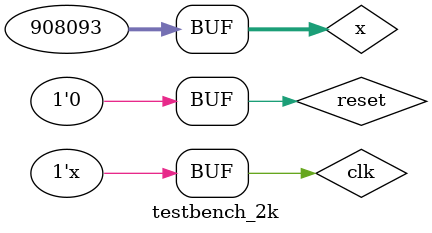
<source format=v>
`timescale 1ns / 1ps

// Tests the pipelined_iir module for low frequency sinusoidal signal of 2kHz
// The bandstop filter should pass this signal
module testbench_2k;

    // Inputs
    reg clk, reset;
    reg signed [31:0] x;

    // Outputs
    wire signed [31:0] y;

    // Instantiate the Unit Under Test (UUT)
    pipelined_iir uut (
        .clk(clk), 
        .reset(reset),
        .x(x), 
        .y(y)
    );

    // Generate clock with 100ns period
    initial clk = 0;
    always #50 clk = ~clk;

    // filter coefficients
    // A = [1048576, -8218189, 32107544, -81217352, 147076592, -199990256, 208937824, -168854944, 104844152, -48879952, 16314139, -3525584, 379931]
    // B = [631178, -5401947, 23050644, -63646908, 125716872, -186294288, 211911376, -186294288, 125716872, -63646908, 23050644, -5401947, 631178]
    
    // Initialize and pass sinusoidal input data of 2kHz with sampling frequency of 48kHz   
    initial begin
        x = 0; reset = 1; clk = 0; #100;
        reset = 1; #200;
        reset = 0; 
        x = 271391; #100;
        x = 524288; #100; 
        x = 741455; #100;
        x = 908093; #100;
        x = 1012846; #100;
        x = 1048576; #100;
        x = 1012846; #100;
        x = 908093; #100;
        x = 741455; #100;
        x = 524288; #100;
        x = 271391; #100;
        x = 0; #100;
        x = -271391; #100;
        x = -524288; #100;
        x = -741455; #100;
        x = -908093; #100;
        x = -1012846; #100;
        x = -1048576; #100;
        x = -1012846; #100;
        x = -908093; #100;
        x = -741455; #100;
        x = -524288; #100;
        x = -271391; #100;
        x = 0; #100;
        x = 271391; #100;
        x = 524288; #100;
        x = 741455; #100;
        x = 908093; #100;
        x = 1012846; #100;
        x = 1048576; #100;
        x = 1012846; #100;
        x = 908093; #100;
        x = 741455; #100;
        x = 524288; #100;
        x = 271391; #100;
        x = 0; #100;
        x = -271391; #100;
        x = -524288; #100;
        x = -741455; #100;
        x = -908093; #100;
        x = -1012846; #100;
        x = -1048576; #100;
        x = -1012846; #100;
        x = -908093; #100;
        x = -741455; #100;
        x = -524288; #100;
        x = -271391; #100;
        x = 0; #100;
        x = 271391; #100;
        x = 524288; #100;
        x = 741455; #100;
        x = 908093; #100;
        x = 1012846; #100;
        x = 1048576; #100;
        x = 1012846; #100;
        x = 908093; #100;
        x = 741455; #100;
        x = 524288; #100;
        x = 271391; #100;
        x = 0; #100;
        x = -271391; #100;
        x = -524288; #100;
        x = -741455; #100;
        x = -908093; #100;
        x = -1012846; #100;
        x = -1048576; #100;
        x = -1012846; #100;
        x = -908093; #100;
        x = -741455; #100;
        x = -524288; #100;
        x = -271391; #100;
        x = 0; #100;
        x = 271391; #100;
        x = 524288; #100;
        x = 741455; #100;
        x = 908093; #100;
        x = 1012846; #100;
        x = 1048576; #100;
        x = 1012846; #100;
        x = 908093; #100;
        x = 741455; #100;
        x = 524288; #100;
        x = 271391; #100;
        x = 0; #100;
        x = -271391; #100;
        x = -524288; #100;
        x = -741455; #100;
        x = -908093; #100;
        x = -1012846; #100;
        x = -1048576; #100;
        x = -1012846; #100;
        x = -908093; #100;
        x = -741455; #100;
        x = -524288; #100;
        x = -271391; #100;
        x = 0; #100;
        x = 271391; #100;
        x = 524288; #100;
        x = 741455; #100;
        x = 908093; #100;
        x = 1012846; #100;
        x = 1048576; #100;
        x = 1012846; #100;
        x = 908093; #100;
        x = 741455; #100;
        x = 524288; #100;
        x = 271391; #100;
        x = 0; #100;
        x = -271391; #100;
        x = -524288; #100;
        x = -741455; #100;
        x = -908093; #100;
        x = -1012846; #100;
        x = -1048576; #100;
        x = -1012846; #100;
        x = -908093; #100;
        x = -741455; #100;
        x = -524288; #100;
        x = -271391; #100;
        x = 0; #100;
        x = 271391; #100;
        x = 524288; #100;
        x = 741455; #100;
        x = 908093; #100;
        x = 1012846; #100;
        x = 1048576; #100;
        x = 1012846; #100;
        x = 908093; #100;
        x = 741455; #100;
        x = 524288; #100;
        x = 271391; #100;
        x = 0; #100;
        x = -271391; #100;
        x = -524288; #100;
        x = -741455; #100;
        x = -908093; #100;
        x = -1012846; #100;
        x = -1048576; #100;
        x = -1012846; #100;
        x = -908093; #100;
        x = -741455; #100;
        x = -524288; #100;
        x = -271391; #100;
        x = 0; #100;
        x = 271391; #100;
        x = 524288; #100;
        x = 741455; #100;
        x = 908093; #100;
        x = 1012846; #100;
        x = 1048576; #100;
        x = 1012846; #100;
        x = 908093; #100;
        x = 741455; #100;
        x = 524288; #100;
        x = 271391; #100;
        x = 0; #100;
        x = -271391; #100;
        x = -524288; #100;
        x = -741455; #100;
        x = -908093; #100;
        x = -1012846; #100;
        x = -1048576; #100;
        x = -1012846; #100;
        x = -908093; #100;
        x = -741455; #100;
        x = -524288; #100;
        x = -271391; #100;
        x = 0; #100;
        x = 271391; #100;
        x = 524288; #100;
        x = 741455; #100;
        x = 908093; #100;
        x = 1012846; #100;
        x = 1048576; #100;
        x = 1012846; #100;
        x = 908093; #100;
        x = 741455; #100;
        x = 524288; #100;
        x = 271391; #100;
        x = 0; #100;
        x = -271391; #100;
        x = -524288; #100;
        x = -741455; #100;
        x = -908093; #100;
        x = -1012846; #100;
        x = -1048576; #100;
        x = -1012846; #100;
        x = -908093; #100;
        x = -741455; #100;
        x = -524288; #100;
        x = -271391; #100;
        x = 0; #100;
        x = 271391; #100;
        x = 524288; #100;
        x = 741455; #100;
        x = 908093; #100;
        x = 1012846; #100;
        x = 1048576; #100;
        x = 1012846; #100;
        x = 908093; #100;
    end
      
endmodule
</source>
